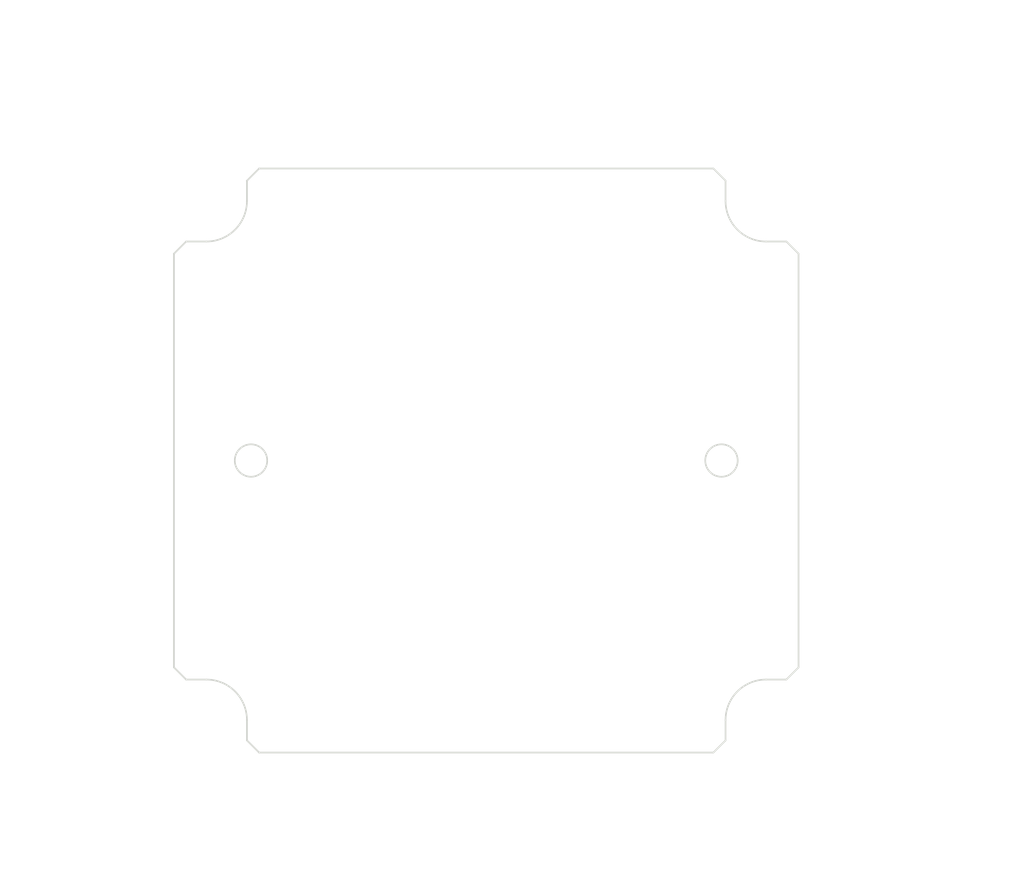
<source format=kicad_pcb>
(kicad_pcb (version 20171130) (host pcbnew "(5.1.0)-1")

  (general
    (thickness 1.6)
    (drawings 70)
    (tracks 0)
    (zones 0)
    (modules 0)
    (nets 1)
  )

  (page A4)
  (layers
    (0 F.Cu signal)
    (31 B.Cu signal)
    (32 B.Adhes user)
    (33 F.Adhes user)
    (34 B.Paste user)
    (35 F.Paste user)
    (36 B.SilkS user)
    (37 F.SilkS user)
    (38 B.Mask user)
    (39 F.Mask user)
    (40 Dwgs.User user)
    (41 Cmts.User user)
    (42 Eco1.User user)
    (43 Eco2.User user)
    (44 Edge.Cuts user)
    (45 Margin user)
    (46 B.CrtYd user)
    (47 F.CrtYd user)
    (48 B.Fab user)
    (49 F.Fab user)
  )

  (setup
    (last_trace_width 0.25)
    (trace_clearance 0.2)
    (zone_clearance 0.508)
    (zone_45_only no)
    (trace_min 0.2)
    (via_size 0.8)
    (via_drill 0.4)
    (via_min_size 0.4)
    (via_min_drill 0.3)
    (uvia_size 0.3)
    (uvia_drill 0.1)
    (uvias_allowed no)
    (uvia_min_size 0.2)
    (uvia_min_drill 0.1)
    (edge_width 0.05)
    (segment_width 0.2)
    (pcb_text_width 0.3)
    (pcb_text_size 1.5 1.5)
    (mod_edge_width 0.12)
    (mod_text_size 1 1)
    (mod_text_width 0.15)
    (pad_size 1.524 1.524)
    (pad_drill 0.762)
    (pad_to_mask_clearance 0.051)
    (solder_mask_min_width 0.25)
    (aux_axis_origin 0 0)
    (visible_elements FFFFFF7F)
    (pcbplotparams
      (layerselection 0x010fc_ffffffff)
      (usegerberextensions false)
      (usegerberattributes false)
      (usegerberadvancedattributes false)
      (creategerberjobfile false)
      (excludeedgelayer true)
      (linewidth 0.152400)
      (plotframeref false)
      (viasonmask false)
      (mode 1)
      (useauxorigin false)
      (hpglpennumber 1)
      (hpglpenspeed 20)
      (hpglpendiameter 15.000000)
      (psnegative false)
      (psa4output false)
      (plotreference true)
      (plotvalue true)
      (plotinvisibletext false)
      (padsonsilk false)
      (subtractmaskfromsilk false)
      (outputformat 1)
      (mirror false)
      (drillshape 1)
      (scaleselection 1)
      (outputdirectory ""))
  )

  (net 0 "")

  (net_class Default "This is the default net class."
    (clearance 0.2)
    (trace_width 0.25)
    (via_dia 0.8)
    (via_drill 0.4)
    (uvia_dia 0.3)
    (uvia_drill 0.1)
  )

  (gr_circle (center 112.945047 99.341963) (end 114.945047 99.341963) (layer Edge.Cuts) (width 0.2))
  (gr_line (start 103.445047 73.841963) (end 104.945047 72.341963) (layer Edge.Cuts) (width 0.2))
  (gr_line (start 112.445047 64.841963) (end 113.945047 63.341963) (layer Edge.Cuts) (width 0.2))
  (gr_line (start 103.445047 73.841963) (end 103.445047 124.841963) (layer Edge.Cuts) (width 0.2))
  (gr_line (start 107.445047 72.341963) (end 104.945047 72.341963) (layer Edge.Cuts) (width 0.2))
  (gr_arc (start 107.445047 67.341963) (end 107.445047 72.341963) (angle -90) (layer Edge.Cuts) (width 0.2))
  (gr_line (start 112.445047 64.841963) (end 112.445047 67.341963) (layer Edge.Cuts) (width 0.2))
  (gr_line (start 169.945047 63.341963) (end 113.945047 63.341963) (layer Edge.Cuts) (width 0.2))
  (gr_circle (center 170.945047 99.341963) (end 172.945047 99.341963) (layer Edge.Cuts) (width 0.2))
  (gr_line (start 169.945047 63.341963) (end 171.445047 64.841963) (layer Edge.Cuts) (width 0.2))
  (gr_line (start 171.445047 64.841963) (end 171.445047 67.341963) (layer Edge.Cuts) (width 0.2))
  (gr_arc (start 176.445047 67.341963) (end 171.445047 67.341963) (angle -90) (layer Edge.Cuts) (width 0.2))
  (gr_line (start 176.445047 72.341963) (end 178.945047 72.341963) (layer Edge.Cuts) (width 0.2))
  (gr_line (start 178.945047 72.341963) (end 180.445047 73.841963) (layer Edge.Cuts) (width 0.2))
  (gr_line (start 180.445047 73.841963) (end 180.445047 124.841963) (layer Edge.Cuts) (width 0.2))
  (gr_line (start 113.945047 135.341963) (end 169.945047 135.341963) (layer Edge.Cuts) (width 0.2))
  (gr_arc (start 107.445047 131.341963) (end 112.445047 131.341963) (angle -90) (layer Edge.Cuts) (width 0.2))
  (gr_line (start 107.445047 126.341963) (end 104.945047 126.341963) (layer Edge.Cuts) (width 0.2))
  (gr_line (start 104.945047 126.341963) (end 103.445047 124.841963) (layer Edge.Cuts) (width 0.2))
  (gr_line (start 112.445047 133.841963) (end 112.445047 131.341963) (layer Edge.Cuts) (width 0.2))
  (gr_line (start 113.945047 135.341963) (end 112.445047 133.841963) (layer Edge.Cuts) (width 0.2))
  (gr_line (start 176.445047 126.341963) (end 178.945047 126.341963) (layer Edge.Cuts) (width 0.2))
  (gr_arc (start 176.445047 131.341963) (end 176.445047 126.341963) (angle -90) (layer Edge.Cuts) (width 0.2))
  (gr_line (start 180.445047 124.841963) (end 178.945047 126.341963) (layer Edge.Cuts) (width 0.2))
  (gr_line (start 171.445047 133.841963) (end 171.445047 131.341963) (layer Edge.Cuts) (width 0.2))
  (gr_line (start 171.445047 133.841963) (end 169.945047 135.341963) (layer Edge.Cuts) (width 0.2))
  (gr_text [R0.20] (at 98.516546 135.847526) (layer Dwgs.User)
    (effects (font (size 1.7 1.53) (thickness 0.2125)))
  )
  (gr_text " R5.00" (at 98.516546 132.290091) (layer Dwgs.User)
    (effects (font (size 1.7 1.53) (thickness 0.2125)))
  )
  (gr_line (start 104.987317 133.958065) (end 109.499153 129.155494) (layer Dwgs.User) (width 0.2))
  (gr_line (start 102.987317 133.958065) (end 104.987317 133.958065) (layer Dwgs.User) (width 0.2))
  (gr_line (start 112.945047 99.431963) (end 112.945047 99.251963) (layer Dwgs.User) (width 0.2))
  (gr_line (start 112.855047 99.341963) (end 113.035047 99.341963) (layer Dwgs.User) (width 0.2))
  (gr_text " ∅4.00\n[∅0.16]" (at 86.793737 108.989698) (layer Dwgs.User)
    (effects (font (size 1.7 1.53) (thickness 0.2125)))
  )
  (gr_line (start 93.330606 108.989698) (end 109.35574 101.107432) (layer Dwgs.User) (width 0.2))
  (gr_line (start 91.330606 108.989698) (end 93.330606 108.989698) (layer Dwgs.User) (width 0.2))
  (gr_text [.37] (at 94.611028 93.15932) (layer Dwgs.User)
    (effects (font (size 1.7 1.53) (thickness 0.2125)))
  )
  (gr_text " 9.50" (at 94.611028 89.601884) (layer Dwgs.User)
    (effects (font (size 1.7 1.53) (thickness 0.2125)))
  )
  (gr_line (start 103.445047 91.269858) (end 97.995237 91.269858) (layer Dwgs.User) (width 0.2))
  (gr_line (start 110.945047 91.269858) (end 105.445047 91.269858) (layer Dwgs.User) (width 0.2))
  (gr_line (start 112.945047 98.341963) (end 112.945047 88.094858) (layer Dwgs.User) (width 0.2))
  (gr_text [2.28] (at 151.945047 149.413122) (layer Dwgs.User)
    (effects (font (size 1.7 1.53) (thickness 0.2125)))
  )
  (gr_text " 58.00" (at 151.945047 145.855687) (layer Dwgs.User)
    (effects (font (size 1.7 1.53) (thickness 0.2125)))
  )
  (gr_line (start 114.945047 147.523661) (end 147.900435 147.523661) (layer Dwgs.User) (width 0.2))
  (gr_line (start 168.945047 147.523661) (end 155.989658 147.523661) (layer Dwgs.User) (width 0.2))
  (gr_line (start 112.945047 100.341963) (end 112.945047 150.698661) (layer Dwgs.User) (width 0.2))
  (gr_line (start 170.945047 100.341963) (end 170.945047 150.698661) (layer Dwgs.User) (width 0.2))
  (gr_text [2.13] (at 193.044687 93.231424) (layer Dwgs.User)
    (effects (font (size 1.7 1.53) (thickness 0.2125)))
  )
  (gr_text " 54.00" (at 193.044687 89.673989) (layer Dwgs.User)
    (effects (font (size 1.7 1.53) (thickness 0.2125)))
  )
  (gr_line (start 193.044687 124.341963) (end 193.044687 94.899399) (layer Dwgs.User) (width 0.2))
  (gr_line (start 193.044687 74.341963) (end 193.044687 87.784528) (layer Dwgs.User) (width 0.2))
  (gr_line (start 179.945047 126.341963) (end 196.219687 126.341963) (layer Dwgs.User) (width 0.2))
  (gr_line (start 179.945047 72.341963) (end 196.219687 72.341963) (layer Dwgs.User) (width 0.2))
  (gr_text [2.32] (at 128.945047 58.548) (layer Dwgs.User)
    (effects (font (size 1.7 1.53) (thickness 0.2125)))
  )
  (gr_text " 59.00" (at 128.945047 54.990565) (layer Dwgs.User)
    (effects (font (size 1.7 1.53) (thickness 0.2125)))
  )
  (gr_line (start 169.445047 56.658539) (end 132.989658 56.658539) (layer Dwgs.User) (width 0.2))
  (gr_line (start 114.445047 56.658539) (end 124.900435 56.658539) (layer Dwgs.User) (width 0.2))
  (gr_line (start 171.445047 63.841963) (end 171.445047 53.483539) (layer Dwgs.User) (width 0.2))
  (gr_line (start 112.445047 63.841963) (end 112.445047 53.483539) (layer Dwgs.User) (width 0.2))
  (gr_text [2.83] (at 204.232133 93.231424) (layer Dwgs.User)
    (effects (font (size 1.7 1.53) (thickness 0.2125)))
  )
  (gr_text " 72.00" (at 204.232133 89.673989) (layer Dwgs.User)
    (effects (font (size 1.7 1.53) (thickness 0.2125)))
  )
  (gr_line (start 204.232133 133.341963) (end 204.232133 94.899399) (layer Dwgs.User) (width 0.2))
  (gr_line (start 204.232133 65.341963) (end 204.232133 87.784528) (layer Dwgs.User) (width 0.2))
  (gr_line (start 170.945047 135.341963) (end 207.407133 135.341963) (layer Dwgs.User) (width 0.2))
  (gr_line (start 170.945047 63.341963) (end 207.407133 63.341963) (layer Dwgs.User) (width 0.2))
  (gr_text [3.03] (at 128.945047 47.731424) (layer Dwgs.User)
    (effects (font (size 1.7 1.53) (thickness 0.2125)))
  )
  (gr_text " 77.00" (at 128.945047 44.173989) (layer Dwgs.User)
    (effects (font (size 1.7 1.53) (thickness 0.2125)))
  )
  (gr_line (start 178.445047 45.841963) (end 132.989658 45.841963) (layer Dwgs.User) (width 0.2))
  (gr_line (start 105.445047 45.841963) (end 124.900435 45.841963) (layer Dwgs.User) (width 0.2))
  (gr_line (start 180.445047 72.841963) (end 180.445047 42.666963) (layer Dwgs.User) (width 0.2))
  (gr_line (start 103.445047 72.841963) (end 103.445047 42.666963) (layer Dwgs.User) (width 0.2))

)

</source>
